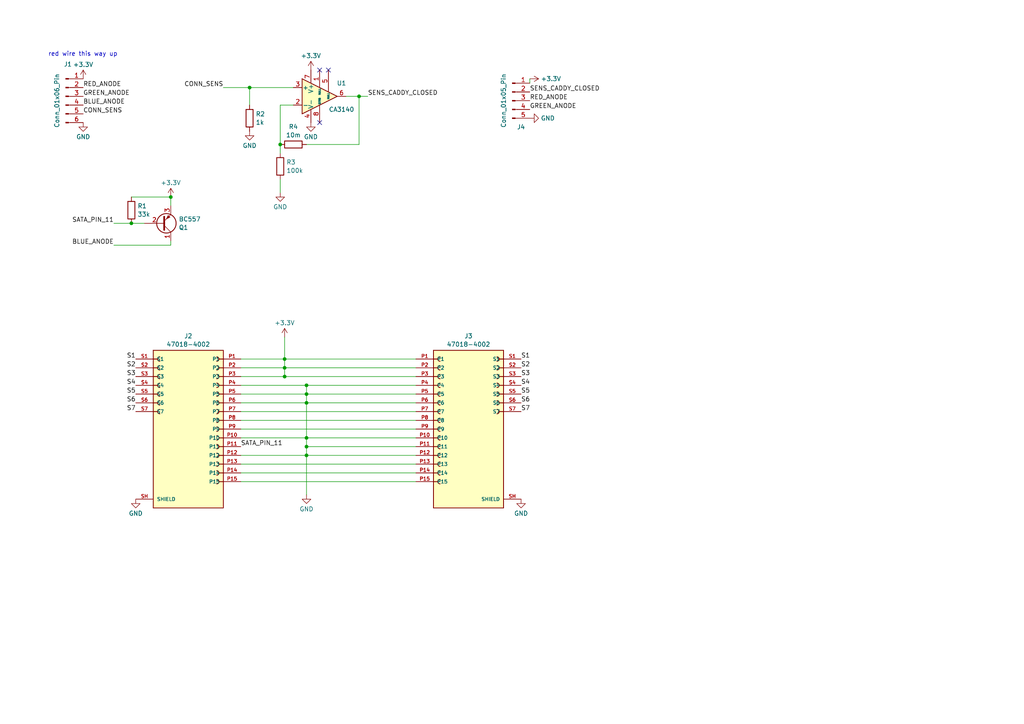
<source format=kicad_sch>
(kicad_sch (version 20230121) (generator eeschema)
  (paper "A4")
  (lib_symbols
    (symbol "47018-4002:47018-4002" (pin_names (offset 1.016))
      (property "Reference" "J" (at -10.16 23.622 0))
      (property "Value" "47018-4002" (at -10.16 -25.4 0))
      (symbol "47018-4002_0_0"
        (rectangle (start -10.16 22.86) (end 10.16 -22.86) (stroke (width 0.254)) (fill (type background)))
        (arc (start -8.255 5.715) (mid -8.8873 5.08) (end -8.255 4.445) (stroke (width 0.254)))
        (arc (start -8.255 8.255) (mid -8.8873 7.62) (end -8.255 6.985) (stroke (width 0.254)))
        (arc (start -8.255 10.795) (mid -8.8873 10.16) (end -8.255 9.525) (stroke (width 0.254)))
        (arc (start -8.255 13.335) (mid -8.8873 12.7) (end -8.255 12.065) (stroke (width 0.254)))
        (arc (start -8.255 15.875) (mid -8.8873 15.24) (end -8.255 14.605) (stroke (width 0.254)))
        (arc (start -8.255 18.415) (mid -8.8873 17.78) (end -8.255 17.145) (stroke (width 0.254)))
        (arc (start -8.255 20.955) (mid -8.8873 20.32) (end -8.255 19.685) (stroke (width 0.254)))
        (polyline (pts (xy -10.16 5.08) (xy -8.89 5.08)) (stroke (width 0.254)))
        (polyline (pts (xy -10.16 7.62) (xy -8.89 7.62)) (stroke (width 0.254)))
        (polyline (pts (xy -10.16 10.16) (xy -8.89 10.16)) (stroke (width 0.254)))
        (polyline (pts (xy -10.16 12.7) (xy -8.89 12.7)) (stroke (width 0.254)))
        (polyline (pts (xy -10.16 15.24) (xy -8.89 15.24)) (stroke (width 0.254)))
        (polyline (pts (xy -10.16 17.78) (xy -8.89 17.78)) (stroke (width 0.254)))
        (polyline (pts (xy -10.16 20.32) (xy -8.89 20.32)) (stroke (width 0.254)))
        (polyline (pts (xy 10.16 -15.24) (xy 8.89 -15.24)) (stroke (width 0.254)))
        (polyline (pts (xy 10.16 -12.7) (xy 8.89 -12.7)) (stroke (width 0.254)))
        (polyline (pts (xy 10.16 -10.16) (xy 8.89 -10.16)) (stroke (width 0.254)))
        (polyline (pts (xy 10.16 -7.62) (xy 8.89 -7.62)) (stroke (width 0.254)))
        (polyline (pts (xy 10.16 -5.08) (xy 8.89 -5.08)) (stroke (width 0.254)))
        (polyline (pts (xy 10.16 -2.54) (xy 8.89 -2.54)) (stroke (width 0.254)))
        (polyline (pts (xy 10.16 0) (xy 8.89 0)) (stroke (width 0.254)))
        (polyline (pts (xy 10.16 2.54) (xy 8.89 2.54)) (stroke (width 0.254)))
        (polyline (pts (xy 10.16 5.08) (xy 8.89 5.08)) (stroke (width 0.254)))
        (polyline (pts (xy 10.16 7.62) (xy 8.89 7.62)) (stroke (width 0.254)))
        (polyline (pts (xy 10.16 10.16) (xy 8.89 10.16)) (stroke (width 0.254)))
        (polyline (pts (xy 10.16 12.7) (xy 8.89 12.7)) (stroke (width 0.254)))
        (polyline (pts (xy 10.16 15.24) (xy 8.89 15.24)) (stroke (width 0.254)))
        (polyline (pts (xy 10.16 17.78) (xy 8.89 17.78)) (stroke (width 0.254)))
        (polyline (pts (xy 10.16 20.32) (xy 8.89 20.32)) (stroke (width 0.254)))
        (arc (start 8.255 -15.875) (mid 8.8873 -15.24) (end 8.255 -14.605) (stroke (width 0.254)))
        (arc (start 8.255 -13.335) (mid 8.8873 -12.7) (end 8.255 -12.065) (stroke (width 0.254)))
        (arc (start 8.255 -10.795) (mid 8.8873 -10.16) (end 8.255 -9.525) (stroke (width 0.254)))
        (arc (start 8.255 -8.255) (mid 8.8873 -7.62) (end 8.255 -6.985) (stroke (width 0.254)))
        (arc (start 8.255 -5.715) (mid 8.8873 -5.08) (end 8.255 -4.445) (stroke (width 0.254)))
        (arc (start 8.255 -3.175) (mid 8.8873 -2.54) (end 8.255 -1.905) (stroke (width 0.254)))
        (arc (start 8.255 -0.635) (mid 8.8873 0) (end 8.255 0.635) (stroke (width 0.254)))
        (arc (start 8.255 1.905) (mid 8.8873 2.54) (end 8.255 3.175) (stroke (width 0.254)))
        (arc (start 8.255 4.445) (mid 8.8873 5.08) (end 8.255 5.715) (stroke (width 0.254)))
        (arc (start 8.255 6.985) (mid 8.8873 7.62) (end 8.255 8.255) (stroke (width 0.254)))
        (arc (start 8.255 9.525) (mid 8.8873 10.16) (end 8.255 10.795) (stroke (width 0.254)))
        (arc (start 8.255 12.065) (mid 8.8873 12.7) (end 8.255 13.335) (stroke (width 0.254)))
        (arc (start 8.255 14.605) (mid 8.8873 15.24) (end 8.255 15.875) (stroke (width 0.254)))
        (arc (start 8.255 17.145) (mid 8.8873 17.78) (end 8.255 18.415) (stroke (width 0.254)))
        (arc (start 8.255 19.685) (mid 8.8873 20.32) (end 8.255 20.955) (stroke (width 0.254)))
        (pin power_in line (at 15.24 20.32 180) (length 5.08) (name "P1") (number "P1"))
        (pin power_in line (at 15.24 -2.54 180) (length 5.08) (name "P10") (number "P10"))
        (pin power_in line (at 15.24 -5.08 180) (length 5.08) (name "P11") (number "P11"))
        (pin power_in line (at 15.24 -7.62 180) (length 5.08) (name "P12") (number "P12"))
        (pin power_in line (at 15.24 -10.16 180) (length 5.08) (name "P13") (number "P13"))
        (pin power_in line (at 15.24 -12.7 180) (length 5.08) (name "P14") (number "P14"))
        (pin power_in line (at 15.24 -15.24 180) (length 5.08) (name "P15") (number "P15"))
        (pin power_in line (at 15.24 17.78 180) (length 5.08) (name "P2") (number "P2"))
        (pin power_in line (at 15.24 15.24 180) (length 5.08) (name "P3") (number "P3"))
        (pin power_in line (at 15.24 12.7 180) (length 5.08) (name "P4") (number "P4"))
        (pin power_in line (at 15.24 10.16 180) (length 5.08) (name "P5") (number "P5"))
        (pin power_in line (at 15.24 7.62 180) (length 5.08) (name "P6") (number "P6"))
        (pin power_in line (at 15.24 5.08 180) (length 5.08) (name "P7") (number "P7"))
        (pin power_in line (at 15.24 2.54 180) (length 5.08) (name "P8") (number "P8"))
        (pin power_in line (at 15.24 0 180) (length 5.08) (name "P9") (number "P9"))
        (pin passive line (at -15.24 20.32 0) (length 5.08) (name "S1") (number "S1"))
        (pin passive line (at -15.24 17.78 0) (length 5.08) (name "S2") (number "S2"))
        (pin passive line (at -15.24 15.24 0) (length 5.08) (name "S3") (number "S3"))
        (pin passive line (at -15.24 12.7 0) (length 5.08) (name "S4") (number "S4"))
        (pin passive line (at -15.24 10.16 0) (length 5.08) (name "S5") (number "S5"))
        (pin passive line (at -15.24 7.62 0) (length 5.08) (name "S6") (number "S6"))
        (pin passive line (at -15.24 5.08 0) (length 5.08) (name "S7") (number "S7"))
      )
      (symbol "47018-4002_1_0"
        (pin passive line (at -15.24 -20.32 0) (length 5.08) (name "SHIELD") (number "SH"))
      )
    )
    (symbol "Amplifier_Operational:CA3140" (pin_names (offset 0.127))
      (property "Reference" "U" (at 6.35 5.08 0))
      (property "Value" "CA3140" (at 6.35 2.54 0))
      (symbol "CA3140_0_1"
        (polyline (pts (xy -5.08 5.08) (xy 5.08 0) (xy -5.08 -5.08) (xy -5.08 5.08)) (stroke (width 0.254)) (fill (type background)))
      )
      (symbol "CA3140_1_1"
        (pin passive line (at 0 7.62 270) (length 5.08) (name "NULL") (number "1"))
        (pin input line (at -7.62 -2.54 0) (length 2.54) (name "-") (number "2"))
        (pin input line (at -7.62 2.54 0) (length 2.54) (name "+") (number "3"))
        (pin power_in line (at -2.54 -7.62 90) (length 3.81) (name "V-") (number "4"))
        (pin passive line (at 2.54 7.62 270) (length 6.35) (name "NULL") (number "5"))
        (pin output line (at 7.62 0 180) (length 2.54) (name "~") (number "6"))
        (pin power_in line (at -2.54 7.62 270) (length 3.81) (name "V+") (number "7"))
        (pin passive line (at 0 -7.62 90) (length 5.08) (name "STRB") (number "8"))
      )
    )
    (symbol "Connector:Conn_01x05_Pin" (pin_names (offset 1.016) hide)
      (property "Reference" "J" (at 0 7.62 0))
      (property "Value" "Conn_01x05_Pin" (at 0 -7.62 0))
      (symbol "Conn_01x05_Pin_1_1"
        (polyline (pts (xy 1.27 -5.08) (xy 0.8636 -5.08)) (stroke (width 0.1524)))
        (polyline (pts (xy 1.27 -2.54) (xy 0.8636 -2.54)) (stroke (width 0.1524)))
        (polyline (pts (xy 1.27 0) (xy 0.8636 0)) (stroke (width 0.1524)))
        (polyline (pts (xy 1.27 2.54) (xy 0.8636 2.54)) (stroke (width 0.1524)))
        (polyline (pts (xy 1.27 5.08) (xy 0.8636 5.08)) (stroke (width 0.1524)))
        (rectangle (start 0.8636 -4.953) (end 0 -5.207) (stroke (width 0.1524)) (fill (type outline)))
        (rectangle (start 0.8636 -2.413) (end 0 -2.667) (stroke (width 0.1524)) (fill (type outline)))
        (rectangle (start 0.8636 0.127) (end 0 -0.127) (stroke (width 0.1524)) (fill (type outline)))
        (rectangle (start 0.8636 2.667) (end 0 2.413) (stroke (width 0.1524)) (fill (type outline)))
        (rectangle (start 0.8636 5.207) (end 0 4.953) (stroke (width 0.1524)) (fill (type outline)))
        (pin passive line (at 5.08 5.08 180) (length 3.81) (name "Pin_1") (number "1"))
        (pin passive line (at 5.08 2.54 180) (length 3.81) (name "Pin_2") (number "2"))
        (pin passive line (at 5.08 0 180) (length 3.81) (name "Pin_3") (number "3"))
        (pin passive line (at 5.08 -2.54 180) (length 3.81) (name "Pin_4") (number "4"))
        (pin passive line (at 5.08 -5.08 180) (length 3.81) (name "Pin_5") (number "5"))
      )
    )
    (symbol "Connector:Conn_01x06_Pin" (pin_names (offset 1.016) hide)
      (property "Reference" "J" (at 0 7.62 0))
      (property "Value" "Conn_01x06_Pin" (at 0 -10.16 0))
      (symbol "Conn_01x06_Pin_1_1"
        (polyline (pts (xy 1.27 -7.62) (xy 0.8636 -7.62)) (stroke (width 0.1524)))
        (polyline (pts (xy 1.27 -5.08) (xy 0.8636 -5.08)) (stroke (width 0.1524)))
        (polyline (pts (xy 1.27 -2.54) (xy 0.8636 -2.54)) (stroke (width 0.1524)))
        (polyline (pts (xy 1.27 0) (xy 0.8636 0)) (stroke (width 0.1524)))
        (polyline (pts (xy 1.27 2.54) (xy 0.8636 2.54)) (stroke (width 0.1524)))
        (polyline (pts (xy 1.27 5.08) (xy 0.8636 5.08)) (stroke (width 0.1524)))
        (rectangle (start 0.8636 -7.493) (end 0 -7.747) (stroke (width 0.1524)) (fill (type outline)))
        (rectangle (start 0.8636 -4.953) (end 0 -5.207) (stroke (width 0.1524)) (fill (type outline)))
        (rectangle (start 0.8636 -2.413) (end 0 -2.667) (stroke (width 0.1524)) (fill (type outline)))
        (rectangle (start 0.8636 0.127) (end 0 -0.127) (stroke (width 0.1524)) (fill (type outline)))
        (rectangle (start 0.8636 2.667) (end 0 2.413) (stroke (width 0.1524)) (fill (type outline)))
        (rectangle (start 0.8636 5.207) (end 0 4.953) (stroke (width 0.1524)) (fill (type outline)))
        (pin passive line (at 5.08 5.08 180) (length 3.81) (name "Pin_1") (number "1"))
        (pin passive line (at 5.08 2.54 180) (length 3.81) (name "Pin_2") (number "2"))
        (pin passive line (at 5.08 0 180) (length 3.81) (name "Pin_3") (number "3"))
        (pin passive line (at 5.08 -2.54 180) (length 3.81) (name "Pin_4") (number "4"))
        (pin passive line (at 5.08 -5.08 180) (length 3.81) (name "Pin_5") (number "5"))
        (pin passive line (at 5.08 -7.62 180) (length 3.81) (name "Pin_6") (number "6"))
      )
    )
    (symbol "Device:R" (pin_numbers hide) (pin_names (offset 0))
      (property "Reference" "R" (at 2.032 0 90))
      (property "Value" "R" (at 0 0 90))
      (symbol "R_0_1"
        (rectangle (start -1.016 -2.54) (end 1.016 2.54) (stroke (width 0.254)))
      )
      (symbol "R_1_1"
        (pin passive line (at 0 3.81 270) (length 1.27) (name "~") (number "1"))
        (pin passive line (at 0 -3.81 90) (length 1.27) (name "~") (number "2"))
      )
    )
    (symbol "R_1" (pin_numbers hide) (pin_names (offset 0))
      (property "Reference" "R" (at 2.032 0 90))
      (property "Value" "R" (at 0 0 90))
      (symbol "R_1_0_1"
        (rectangle (start -1.016 -2.54) (end 1.016 2.54) (stroke (width 0.254)))
      )
      (symbol "R_1_1_1"
        (pin passive line (at 0 3.81 270) (length 1.27) (name "~") (number "1"))
        (pin passive line (at 0 -3.81 90) (length 1.27) (name "~") (number "2"))
      )
    )
    (symbol "Transistor_BJT:BC557" (pin_names (offset 0) hide)
      (property "Reference" "Q" (at 5.08 1.905 0))
      (property "Value" "BC557" (at 5.08 0 0))
      (symbol "BC557_0_1"
        (polyline (pts (xy 0.635 0.635) (xy 2.54 2.54)))
        (polyline (pts (xy 0.635 -0.635) (xy 2.54 -2.54) (xy 2.54 -2.54)))
        (polyline (pts (xy 0.635 1.905) (xy 0.635 -1.905) (xy 0.635 -1.905)) (stroke (width 0.508)))
        (polyline (pts (xy 2.286 -1.778) (xy 1.778 -2.286) (xy 1.27 -1.27) (xy 2.286 -1.778) (xy 2.286 -1.778)) (fill (type outline)))
        (circle (center 1.27 0) (radius 2.8194) (stroke (width 0.254)))
      )
      (symbol "BC557_1_1"
        (pin passive line (at 2.54 5.08 270) (length 2.54) (name "C") (number "1"))
        (pin input line (at -5.08 0 0) (length 5.715) (name "B") (number "2"))
        (pin passive line (at 2.54 -5.08 90) (length 2.54) (name "E") (number "3"))
      )
    )
    (symbol "power:+3.3V" (power) (pin_names (offset 0))
      (property "Value" "+3.3V" (at 0 3.556 0))
      (symbol "+3.3V_0_1"
        (polyline (pts (xy -0.762 1.27) (xy 0 2.54)))
        (polyline (pts (xy 0 0) (xy 0 2.54)))
        (polyline (pts (xy 0 2.54) (xy 0.762 1.27)))
      )
      (symbol "+3.3V_1_1"
        (pin power_in line (at 0 0 90) (length 0) hide (name "+3.3V") (number "1"))
      )
    )
    (symbol "power:GND" (power) (pin_names (offset 0))
      (property "Value" "GND" (at 0 -3.81 0))
      (symbol "GND_0_1"
        (polyline (pts (xy 0 0) (xy 0 -1.27) (xy 1.27 -1.27) (xy 0 -2.54) (xy -1.27 -1.27) (xy 0 -1.27)))
      )
      (symbol "GND_1_1"
        (pin power_in line (at 0 0 270) (length 0) hide (name "GND") (number "1"))
      )
    )
  )
  (junction (at 49.53 57.15))
  (junction (at 88.9 114.3))
  (junction (at 88.9 129.54))
  (junction (at 88.9 116.84))
  (junction (at 88.9 132.08))
  (junction (at 72.39 25.4))
  (junction (at 81.28 41.91))
  (junction (at 82.55 109.22))
  (junction (at 82.55 106.68))
  (junction (at 104.14 27.94))
  (junction (at 88.9 111.76))
  (junction (at 38.1 64.77))
  (junction (at 88.9 127))
  (junction (at 82.55 104.14))
  (no_connect (at 92.71 20.32))
  (no_connect (at 95.25 20.32))
  (no_connect (at 92.71 35.56))
  (wire (pts (xy 104.14 27.94) (xy 106.68 27.94)))
  (wire (pts (xy 120.65 139.7) (xy 69.85 139.7)))
  (wire (pts (xy 82.55 104.14) (xy 69.85 104.14)))
  (wire (pts (xy 33.02 64.77) (xy 38.1 64.77)))
  (wire (pts (xy 120.65 124.46) (xy 69.85 124.46)))
  (wire (pts (xy 88.9 127) (xy 88.9 129.54)))
  (wire (pts (xy 120.65 109.22) (xy 82.55 109.22)))
  (wire (pts (xy 49.53 71.12) (xy 49.53 69.85)))
  (wire (pts (xy 88.9 111.76) (xy 69.85 111.76)))
  (wire (pts (xy 82.55 106.68) (xy 82.55 109.22)))
  (wire (pts (xy 82.55 97.79) (xy 82.55 104.14)))
  (wire (pts (xy 104.14 41.91) (xy 104.14 27.94)))
  (wire (pts (xy 82.55 104.14) (xy 82.55 106.68)))
  (wire (pts (xy 81.28 52.07) (xy 81.28 55.88)))
  (wire (pts (xy 72.39 30.48) (xy 72.39 25.4)))
  (wire (pts (xy 100.33 27.94) (xy 104.14 27.94)))
  (wire (pts (xy 120.65 132.08) (xy 88.9 132.08)))
  (wire (pts (xy 82.55 106.68) (xy 69.85 106.68)))
  (wire (pts (xy 120.65 127) (xy 88.9 127)))
  (wire (pts (xy 38.1 57.15) (xy 49.53 57.15)))
  (wire (pts (xy 120.65 119.38) (xy 69.85 119.38)))
  (wire (pts (xy 88.9 114.3) (xy 69.85 114.3)))
  (wire (pts (xy 64.77 25.4) (xy 72.39 25.4)))
  (wire (pts (xy 120.65 121.92) (xy 69.85 121.92)))
  (wire (pts (xy 153.67 22.86) (xy 153.67 24.13)))
  (wire (pts (xy 88.9 41.91) (xy 104.14 41.91)))
  (wire (pts (xy 88.9 129.54) (xy 120.65 129.54)))
  (wire (pts (xy 120.65 116.84) (xy 88.9 116.84)))
  (wire (pts (xy 33.02 71.12) (xy 49.53 71.12)))
  (wire (pts (xy 38.1 64.77) (xy 41.91 64.77)))
  (wire (pts (xy 81.28 30.48) (xy 85.09 30.48)))
  (wire (pts (xy 120.65 111.76) (xy 88.9 111.76)))
  (wire (pts (xy 120.65 106.68) (xy 82.55 106.68)))
  (wire (pts (xy 88.9 114.3) (xy 88.9 116.84)))
  (wire (pts (xy 120.65 104.14) (xy 82.55 104.14)))
  (wire (pts (xy 88.9 111.76) (xy 88.9 114.3)))
  (wire (pts (xy 72.39 25.4) (xy 85.09 25.4)))
  (wire (pts (xy 81.28 30.48) (xy 81.28 41.91)))
  (wire (pts (xy 82.55 109.22) (xy 69.85 109.22)))
  (wire (pts (xy 120.65 134.62) (xy 69.85 134.62)))
  (wire (pts (xy 88.9 132.08) (xy 88.9 143.51)))
  (wire (pts (xy 88.9 132.08) (xy 69.85 132.08)))
  (wire (pts (xy 88.9 116.84) (xy 88.9 127)))
  (wire (pts (xy 120.65 114.3) (xy 88.9 114.3)))
  (wire (pts (xy 49.53 57.15) (xy 49.53 59.69)))
  (wire (pts (xy 120.65 137.16) (xy 69.85 137.16)))
  (wire (pts (xy 88.9 127) (xy 69.85 127)))
  (wire (pts (xy 81.28 41.91) (xy 81.28 44.45)))
  (wire (pts (xy 88.9 116.84) (xy 69.85 116.84)))
  (wire (pts (xy 88.9 129.54) (xy 88.9 132.08)))
  (text "red wire this way up" (at 13.97 16.51 0) (effects (font (size 1.27 1.27)) (justify left bottom)))
  (label "S4" (at 151.13 111.76 0))
  (label "S6" (at 39.37 116.84 180))
  (label "BLUE_ANODE" (at 33.02 71.12 180))
  (label "S5" (at 39.37 114.3 180))
  (label "S3" (at 151.13 109.22 0))
  (label "SENS_CADDY_CLOSED" (at 106.68 27.94 0))
  (label "CONN_SENS" (at 64.77 25.4 180))
  (label "S5" (at 151.13 114.3 0))
  (label "S7" (at 39.37 119.38 180))
  (label "S7" (at 151.13 119.38 0))
  (label "CONN_SENS" (at 24.13 33.02 0))
  (label "S3" (at 39.37 109.22 180))
  (label "S2" (at 39.37 106.68 180))
  (label "S2" (at 151.13 106.68 0))
  (label "SATA_PIN_11" (at 69.85 129.54 0))
  (label "GREEN_ANODE" (at 24.13 27.94 0))
  (label "S4" (at 39.37 111.76 180))
  (label "BLUE_ANODE" (at 24.13 30.48 0))
  (label "RED_ANODE" (at 153.67 29.21 0))
  (label "S1" (at 39.37 104.14 180))
  (label "S6" (at 151.13 116.84 0))
  (label "SENS_CADDY_CLOSED" (at 153.67 26.67 0))
  (label "GREEN_ANODE" (at 153.67 31.75 0))
  (label "RED_ANODE" (at 24.13 25.4 0))
  (label "SATA_PIN_11" (at 33.02 64.77 180))
  (label "S1" (at 151.13 104.14 0))
  (symbol (lib_id "Device:R") (at 38.1 60.96 0) (unit 1)
    (property "Reference" "R1" (at 39.878 59.7479 0) (effects (justify left)))
    (property "Value" "33k" (at 39.878 62.1721 0) (effects (justify left)))
    (property "Footprint" "Resistor_THT:R_Axial_DIN0204_L3.6mm_D1.6mm_P7.62mm_Horizontal" (effects hide))
  )
  (symbol (lib_id "power:GND") (at 151.13 144.78 0) (unit 1)
    (property "Reference" "#PWR010" (effects hide))
    (property "Value" "GND" (at 151.13 148.9131 0))
  )
  (symbol (lib_id "Device:R") (at 85.09 41.91 270) (unit 1)
    (property "Reference" "R4" (at 85.09 36.7497 90))
    (property "Value" "10m" (at 85.09 39.1739 90))
    (property "Footprint" "Resistor_THT:R_Axial_DIN0204_L3.6mm_D1.6mm_P7.62mm_Horizontal" (effects hide))
  )
  (symbol (lib_id "Amplifier_Operational:CA3140") (at 92.71 27.94 0) (unit 1)
    (property "Reference" "U1" (at 99.06 24.13 0))
    (property "Value" "CA3140" (at 99.06 31.75 0))
    (property "Footprint" "Package_DIP:DIP-8_W7.62mm" (effects hide))
    (property "Datasheet" "http://www.intersil.com/content/dam/intersil/documents/ca31/ca3140-a.pdf" (effects hide))
  )
  (symbol (lib_id "power:GND") (at 90.17 35.56 0) (unit 1)
    (property "Reference" "#PWR08" (effects hide))
    (property "Value" "GND" (at 90.17 39.6931 0))
  )
  (symbol (lib_id "power:+3.3V") (at 82.55 97.79 0) (unit 1)
    (property "Reference" "#PWR09" (effects hide))
    (property "Value" "+3.3V" (at 82.55 93.6569 0))
  )
  (symbol (lib_id "power:+3.3V") (at 153.67 22.86 270) (unit 1)
    (property "Reference" "#PWR012" (effects hide))
    (property "Value" "+3.3V" (at 156.845 22.86 90) (effects (justify left)))
  )
  (symbol (lib_id "power:GND") (at 72.39 38.1 0) (unit 1)
    (property "Reference" "#PWR05" (effects hide))
    (property "Value" "GND" (at 72.39 42.2331 0))
  )
  (symbol (lib_id "power:GND") (at 39.37 144.78 0) (unit 1)
    (property "Reference" "#PWR03" (effects hide))
    (property "Value" "GND" (at 39.37 148.9131 0))
  )
  (symbol (lib_id "power:+3.3V") (at 24.13 22.86 0) (unit 1)
    (property "Reference" "#PWR01" (effects hide))
    (property "Value" "+3.3V" (at 24.13 18.7269 0))
  )
  (symbol (lib_id "power:GND") (at 81.28 55.88 0) (unit 1)
    (property "Reference" "#PWR06" (effects hide))
    (property "Value" "GND" (at 81.28 60.0131 0))
  )
  (symbol (lib_id "power:+3.3V") (at 90.17 20.32 0) (unit 1)
    (property "Reference" "#PWR07" (effects hide))
    (property "Value" "+3.3V" (at 90.17 16.1869 0))
  )
  (symbol (lib_id "Connector:Conn_01x05_Pin") (at 148.59 29.21 0) (unit 1)
    (property "Reference" "J4" (at 151.13 36.83 0))
    (property "Value" "Conn_01x05_Pin" (at 146.05 29.21 90))
    (property "Footprint" "Connector_PinHeader_2.54mm:PinHeader_1x05_P2.54mm_Vertical" (effects hide))
  )
  (symbol (lib_name "R_1") (lib_id "Device:R") (at 72.39 34.29 0) (unit 1)
    (property "Reference" "R2" (at 74.168 33.0779 0) (effects (justify left)))
    (property "Value" "1k" (at 74.168 35.5021 0) (effects (justify left)))
    (property "Footprint" "Resistor_THT:R_Axial_DIN0204_L3.6mm_D1.6mm_P7.62mm_Horizontal" (effects hide))
  )
  (symbol (lib_id "47018-4002:47018-4002") (at 135.89 124.46 0) (mirror y) (unit 1)
    (property "Reference" "J3" (at 135.89 97.4557 0))
    (property "Value" "47018-4002" (at 135.89 99.8799 0))
    (property "Footprint" "47018-4002:male connector" (effects hide))
    (property "MF" "Molex" (effects hide))
    (property "MAXIMUM_PACKAGE_HEIGHT" "5.15mm" (effects hide))
    (property "Package" "None" (effects hide))
    (property "Price" "None" (effects hide))
    (property "Check_prices" "https://www.snapeda.com/parts/47018-4002/Molex/view-part/?ref=eda" (effects hide))
    (property "STANDARD" "Manufacturer Recommendations" (effects hide))
    (property "PARTREV" "M" (effects hide))
    (property "SnapEDA_Link" "https://www.snapeda.com/parts/47018-4002/Molex/view-part/?ref=snap5" (effects hide))
    (property "MP" "47018-4002" (effects hide))
    (property "Description" "\nSERIAL ATA DOCKING CONN. TOP MOUNT TYPE; 47018 | Molex Incorporated 47018-4002\n" (effects hide))
    (property "MANUFACTURER" "Molex" (effects hide))
    (property "Availability" "In Stock" (effects hide))
    (property "SNAPEDA_PN" "47018-4000" (effects hide))
  )
  (symbol (lib_id "47018-4002:47018-4002") (at 54.61 124.46 0) (unit 1)
    (property "Reference" "J2" (at 54.61 97.4557 0))
    (property "Value" "47018-4002" (at 54.61 99.8799 0))
    (property "Footprint" "47018-4002:MOLEX_47018-4002_bottom" (effects hide))
    (property "MF" "Molex" (effects hide))
    (property "MAXIMUM_PACKAGE_HEIGHT" "5.15mm" (effects hide))
    (property "Package" "None" (effects hide))
    (property "Price" "None" (effects hide))
    (property "Check_prices" "https://www.snapeda.com/parts/47018-4002/Molex/view-part/?ref=eda" (effects hide))
    (property "STANDARD" "Manufacturer Recommendations" (effects hide))
    (property "PARTREV" "M" (effects hide))
    (property "SnapEDA_Link" "https://www.snapeda.com/parts/47018-4002/Molex/view-part/?ref=snap5" (effects hide))
    (property "MP" "47018-4002" (effects hide))
    (property "Description" "\nSERIAL ATA DOCKING CONN. TOP MOUNT TYPE; 47018 | Molex Incorporated 47018-4002\n" (effects hide))
    (property "MANUFACTURER" "Molex" (effects hide))
    (property "Availability" "In Stock" (effects hide))
    (property "SNAPEDA_PN" "47018-4000" (effects hide))
  )
  (symbol (lib_id "power:GND") (at 24.13 35.56 0) (unit 1)
    (property "Reference" "#PWR02" (effects hide))
    (property "Value" "GND" (at 24.13 39.6931 0))
  )
  (symbol (lib_id "Connector:Conn_01x06_Pin") (at 19.05 27.94 0) (unit 1)
    (property "Reference" "J1" (at 19.685 18.6395 0))
    (property "Value" "Conn_01x06_Pin" (at 16.51 29.21 90))
    (property "Footprint" "Connector_PinHeader_2.54mm:PinHeader_1x06_P2.54mm_Vertical" (effects hide))
  )
  (symbol (lib_id "power:GND") (at 153.67 34.29 90) (unit 1)
    (property "Reference" "#PWR011" (effects hide))
    (property "Value" "GND" (at 156.845 34.29 90) (effects (justify right)))
  )
  (symbol (lib_id "power:+3.3V") (at 49.53 57.15 0) (unit 1)
    (property "Reference" "#PWR04" (effects hide))
    (property "Value" "+3.3V" (at 49.53 53.0169 0))
  )
  (symbol (lib_id "power:GND") (at 88.9 143.51 0) (unit 1)
    (property "Reference" "#PWR013" (effects hide))
    (property "Value" "GND" (at 88.9 147.6431 0))
  )
  (symbol (lib_id "Transistor_BJT:BC557") (at 46.99 64.77 0) (mirror x) (unit 1)
    (property "Reference" "Q1" (at 51.8414 65.9821 0) (effects (justify left)))
    (property "Value" "BC557" (at 51.8414 63.5579 0) (effects (justify left)))
    (property "Footprint" "Package_TO_SOT_THT:TO-92_Inline" (effects hide))
    (property "Datasheet" "https://www.onsemi.com/pub/Collateral/BC556BTA-D.pdf" (effects hide))
  )
  (symbol (lib_id "Device:R") (at 81.28 48.26 0) (unit 1)
    (property "Reference" "R3" (at 83.058 47.0479 0) (effects (justify left)))
    (property "Value" "100k" (at 83.058 49.4721 0) (effects (justify left)))
    (property "Footprint" "Resistor_THT:R_Axial_DIN0204_L3.6mm_D1.6mm_P7.62mm_Horizontal" (effects hide))
  )
)
</source>
